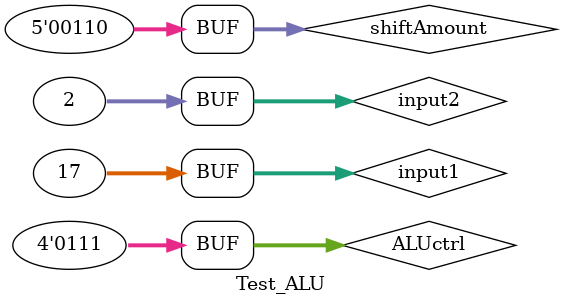
<source format=v>
`timescale 1ns / 1ps


module Test_ALU;

	// Inputs
	reg [31:0] input1;
	reg [31:0] input2;
	reg [3:0] ALUctrl;
	reg [4:0] shiftAmount;

	// Outputs
	wire [31:0] result;
	wire zero;

	// Instantiate the Unit Under Test (UUT)
	ALU uut (
		.input1(input1), 
		.input2(input2), 
		.ALUctrl(ALUctrl), 
		.shiftAmount(shiftAmount), 
		.result(result), 
		.zero(zero)
	);

	initial begin
		input1 = 4;
		input2 = 8;
		ALUctrl = 4'b0000;
		shiftAmount = 5'b0110; 
		
		#200;

		input1 = 3; 
		input2 = 9;						  
		ALUctrl = 4'b0010;
		shiftAmount = 5'b0100;  
		
		#200;
		
		input1 = 10; 
		input2 = 12;           
		ALUctrl = 4'b0100;
		shiftAmount = 5'b00010;
		
		#200;
		
		input1 = 17;
		input2 = 2;
		ALUctrl = 4'b0111;
		shiftAmount = 5'b0110;      


	end
      
endmodule


</source>
